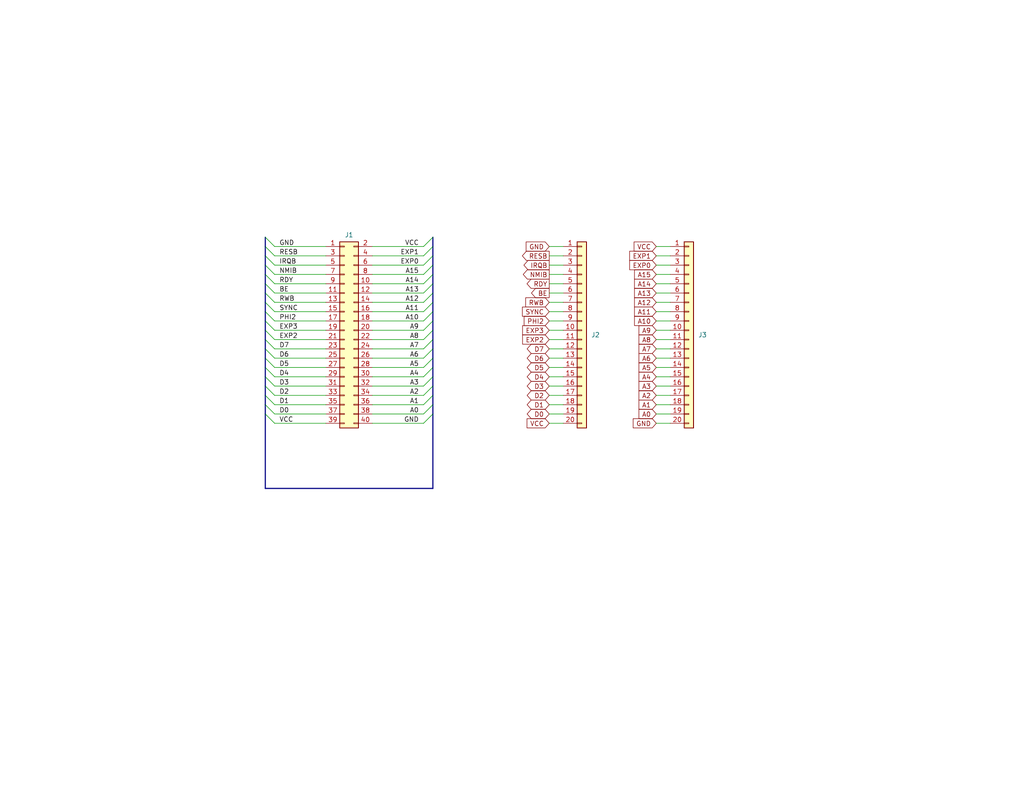
<source format=kicad_sch>
(kicad_sch (version 20231120) (generator "eeschema") (generator_version "8.0")
  (paper "USLetter")
  (title_block (title "6502 Breadboard Helper") (date "2024-05-30") (rev "1.0") (company "A.C. Wright Design"))
  (lib_symbols
    (symbol "Connector_Generic:Conn_01x20" (pin_names (offset 1.016) hide)
      (property "Reference" "J" (at 0 25.4 0))
      (property "Value" "Conn_01x20" (at 0 -27.94 0))
      (symbol "Conn_01x20_1_1"
        (rectangle (start -1.27 -25.273) (end 0 -25.527) (stroke (width 0.1524)))
        (rectangle (start -1.27 -22.733) (end 0 -22.987) (stroke (width 0.1524)))
        (rectangle (start -1.27 -20.193) (end 0 -20.447) (stroke (width 0.1524)))
        (rectangle (start -1.27 -17.653) (end 0 -17.907) (stroke (width 0.1524)))
        (rectangle (start -1.27 -15.113) (end 0 -15.367) (stroke (width 0.1524)))
        (rectangle (start -1.27 -12.573) (end 0 -12.827) (stroke (width 0.1524)))
        (rectangle (start -1.27 -10.033) (end 0 -10.287) (stroke (width 0.1524)))
        (rectangle (start -1.27 -7.493) (end 0 -7.747) (stroke (width 0.1524)))
        (rectangle (start -1.27 -4.953) (end 0 -5.207) (stroke (width 0.1524)))
        (rectangle (start -1.27 -2.413) (end 0 -2.667) (stroke (width 0.1524)))
        (rectangle (start -1.27 0.127) (end 0 -0.127) (stroke (width 0.1524)))
        (rectangle (start -1.27 2.667) (end 0 2.413) (stroke (width 0.1524)))
        (rectangle (start -1.27 5.207) (end 0 4.953) (stroke (width 0.1524)))
        (rectangle (start -1.27 7.747) (end 0 7.493) (stroke (width 0.1524)))
        (rectangle (start -1.27 10.287) (end 0 10.033) (stroke (width 0.1524)))
        (rectangle (start -1.27 12.827) (end 0 12.573) (stroke (width 0.1524)))
        (rectangle (start -1.27 15.367) (end 0 15.113) (stroke (width 0.1524)))
        (rectangle (start -1.27 17.907) (end 0 17.653) (stroke (width 0.1524)))
        (rectangle (start -1.27 20.447) (end 0 20.193) (stroke (width 0.1524)))
        (rectangle (start -1.27 22.987) (end 0 22.733) (stroke (width 0.1524)))
        (rectangle (start -1.27 24.13) (end 1.27 -26.67) (stroke (width 0.254)) (fill (type background)))
        (pin passive line (at -5.08 22.86 0) (length 3.81) (name "Pin_1") (number "1"))
        (pin passive line (at -5.08 0 0) (length 3.81) (name "Pin_10") (number "10"))
        (pin passive line (at -5.08 -2.54 0) (length 3.81) (name "Pin_11") (number "11"))
        (pin passive line (at -5.08 -5.08 0) (length 3.81) (name "Pin_12") (number "12"))
        (pin passive line (at -5.08 -7.62 0) (length 3.81) (name "Pin_13") (number "13"))
        (pin passive line (at -5.08 -10.16 0) (length 3.81) (name "Pin_14") (number "14"))
        (pin passive line (at -5.08 -12.7 0) (length 3.81) (name "Pin_15") (number "15"))
        (pin passive line (at -5.08 -15.24 0) (length 3.81) (name "Pin_16") (number "16"))
        (pin passive line (at -5.08 -17.78 0) (length 3.81) (name "Pin_17") (number "17"))
        (pin passive line (at -5.08 -20.32 0) (length 3.81) (name "Pin_18") (number "18"))
        (pin passive line (at -5.08 -22.86 0) (length 3.81) (name "Pin_19") (number "19"))
        (pin passive line (at -5.08 20.32 0) (length 3.81) (name "Pin_2") (number "2"))
        (pin passive line (at -5.08 -25.4 0) (length 3.81) (name "Pin_20") (number "20"))
        (pin passive line (at -5.08 17.78 0) (length 3.81) (name "Pin_3") (number "3"))
        (pin passive line (at -5.08 15.24 0) (length 3.81) (name "Pin_4") (number "4"))
        (pin passive line (at -5.08 12.7 0) (length 3.81) (name "Pin_5") (number "5"))
        (pin passive line (at -5.08 10.16 0) (length 3.81) (name "Pin_6") (number "6"))
        (pin passive line (at -5.08 7.62 0) (length 3.81) (name "Pin_7") (number "7"))
        (pin passive line (at -5.08 5.08 0) (length 3.81) (name "Pin_8") (number "8"))
        (pin passive line (at -5.08 2.54 0) (length 3.81) (name "Pin_9") (number "9"))
      )
    )
    (symbol "Connector_Generic:Conn_02x20_Odd_Even" (pin_names (offset 1.016) hide)
      (property "Reference" "J" (at 1.27 25.4 0))
      (property "Value" "Conn_02x20_Odd_Even" (at 1.27 -27.94 0))
      (symbol "Conn_02x20_Odd_Even_1_1"
        (rectangle (start -1.27 -25.273) (end 0 -25.527) (stroke (width 0.1524)))
        (rectangle (start -1.27 -22.733) (end 0 -22.987) (stroke (width 0.1524)))
        (rectangle (start -1.27 -20.193) (end 0 -20.447) (stroke (width 0.1524)))
        (rectangle (start -1.27 -17.653) (end 0 -17.907) (stroke (width 0.1524)))
        (rectangle (start -1.27 -15.113) (end 0 -15.367) (stroke (width 0.1524)))
        (rectangle (start -1.27 -12.573) (end 0 -12.827) (stroke (width 0.1524)))
        (rectangle (start -1.27 -10.033) (end 0 -10.287) (stroke (width 0.1524)))
        (rectangle (start -1.27 -7.493) (end 0 -7.747) (stroke (width 0.1524)))
        (rectangle (start -1.27 -4.953) (end 0 -5.207) (stroke (width 0.1524)))
        (rectangle (start -1.27 -2.413) (end 0 -2.667) (stroke (width 0.1524)))
        (rectangle (start -1.27 0.127) (end 0 -0.127) (stroke (width 0.1524)))
        (rectangle (start -1.27 2.667) (end 0 2.413) (stroke (width 0.1524)))
        (rectangle (start -1.27 5.207) (end 0 4.953) (stroke (width 0.1524)))
        (rectangle (start -1.27 7.747) (end 0 7.493) (stroke (width 0.1524)))
        (rectangle (start -1.27 10.287) (end 0 10.033) (stroke (width 0.1524)))
        (rectangle (start -1.27 12.827) (end 0 12.573) (stroke (width 0.1524)))
        (rectangle (start -1.27 15.367) (end 0 15.113) (stroke (width 0.1524)))
        (rectangle (start -1.27 17.907) (end 0 17.653) (stroke (width 0.1524)))
        (rectangle (start -1.27 20.447) (end 0 20.193) (stroke (width 0.1524)))
        (rectangle (start -1.27 22.987) (end 0 22.733) (stroke (width 0.1524)))
        (rectangle (start -1.27 24.13) (end 3.81 -26.67) (stroke (width 0.254)) (fill (type background)))
        (rectangle (start 3.81 -25.273) (end 2.54 -25.527) (stroke (width 0.1524)))
        (rectangle (start 3.81 -22.733) (end 2.54 -22.987) (stroke (width 0.1524)))
        (rectangle (start 3.81 -20.193) (end 2.54 -20.447) (stroke (width 0.1524)))
        (rectangle (start 3.81 -17.653) (end 2.54 -17.907) (stroke (width 0.1524)))
        (rectangle (start 3.81 -15.113) (end 2.54 -15.367) (stroke (width 0.1524)))
        (rectangle (start 3.81 -12.573) (end 2.54 -12.827) (stroke (width 0.1524)))
        (rectangle (start 3.81 -10.033) (end 2.54 -10.287) (stroke (width 0.1524)))
        (rectangle (start 3.81 -7.493) (end 2.54 -7.747) (stroke (width 0.1524)))
        (rectangle (start 3.81 -4.953) (end 2.54 -5.207) (stroke (width 0.1524)))
        (rectangle (start 3.81 -2.413) (end 2.54 -2.667) (stroke (width 0.1524)))
        (rectangle (start 3.81 0.127) (end 2.54 -0.127) (stroke (width 0.1524)))
        (rectangle (start 3.81 2.667) (end 2.54 2.413) (stroke (width 0.1524)))
        (rectangle (start 3.81 5.207) (end 2.54 4.953) (stroke (width 0.1524)))
        (rectangle (start 3.81 7.747) (end 2.54 7.493) (stroke (width 0.1524)))
        (rectangle (start 3.81 10.287) (end 2.54 10.033) (stroke (width 0.1524)))
        (rectangle (start 3.81 12.827) (end 2.54 12.573) (stroke (width 0.1524)))
        (rectangle (start 3.81 15.367) (end 2.54 15.113) (stroke (width 0.1524)))
        (rectangle (start 3.81 17.907) (end 2.54 17.653) (stroke (width 0.1524)))
        (rectangle (start 3.81 20.447) (end 2.54 20.193) (stroke (width 0.1524)))
        (rectangle (start 3.81 22.987) (end 2.54 22.733) (stroke (width 0.1524)))
        (pin passive line (at -5.08 22.86 0) (length 3.81) (name "Pin_1") (number "1"))
        (pin passive line (at 7.62 12.7 180) (length 3.81) (name "Pin_10") (number "10"))
        (pin passive line (at -5.08 10.16 0) (length 3.81) (name "Pin_11") (number "11"))
        (pin passive line (at 7.62 10.16 180) (length 3.81) (name "Pin_12") (number "12"))
        (pin passive line (at -5.08 7.62 0) (length 3.81) (name "Pin_13") (number "13"))
        (pin passive line (at 7.62 7.62 180) (length 3.81) (name "Pin_14") (number "14"))
        (pin passive line (at -5.08 5.08 0) (length 3.81) (name "Pin_15") (number "15"))
        (pin passive line (at 7.62 5.08 180) (length 3.81) (name "Pin_16") (number "16"))
        (pin passive line (at -5.08 2.54 0) (length 3.81) (name "Pin_17") (number "17"))
        (pin passive line (at 7.62 2.54 180) (length 3.81) (name "Pin_18") (number "18"))
        (pin passive line (at -5.08 0 0) (length 3.81) (name "Pin_19") (number "19"))
        (pin passive line (at 7.62 22.86 180) (length 3.81) (name "Pin_2") (number "2"))
        (pin passive line (at 7.62 0 180) (length 3.81) (name "Pin_20") (number "20"))
        (pin passive line (at -5.08 -2.54 0) (length 3.81) (name "Pin_21") (number "21"))
        (pin passive line (at 7.62 -2.54 180) (length 3.81) (name "Pin_22") (number "22"))
        (pin passive line (at -5.08 -5.08 0) (length 3.81) (name "Pin_23") (number "23"))
        (pin passive line (at 7.62 -5.08 180) (length 3.81) (name "Pin_24") (number "24"))
        (pin passive line (at -5.08 -7.62 0) (length 3.81) (name "Pin_25") (number "25"))
        (pin passive line (at 7.62 -7.62 180) (length 3.81) (name "Pin_26") (number "26"))
        (pin passive line (at -5.08 -10.16 0) (length 3.81) (name "Pin_27") (number "27"))
        (pin passive line (at 7.62 -10.16 180) (length 3.81) (name "Pin_28") (number "28"))
        (pin passive line (at -5.08 -12.7 0) (length 3.81) (name "Pin_29") (number "29"))
        (pin passive line (at -5.08 20.32 0) (length 3.81) (name "Pin_3") (number "3"))
        (pin passive line (at 7.62 -12.7 180) (length 3.81) (name "Pin_30") (number "30"))
        (pin passive line (at -5.08 -15.24 0) (length 3.81) (name "Pin_31") (number "31"))
        (pin passive line (at 7.62 -15.24 180) (length 3.81) (name "Pin_32") (number "32"))
        (pin passive line (at -5.08 -17.78 0) (length 3.81) (name "Pin_33") (number "33"))
        (pin passive line (at 7.62 -17.78 180) (length 3.81) (name "Pin_34") (number "34"))
        (pin passive line (at -5.08 -20.32 0) (length 3.81) (name "Pin_35") (number "35"))
        (pin passive line (at 7.62 -20.32 180) (length 3.81) (name "Pin_36") (number "36"))
        (pin passive line (at -5.08 -22.86 0) (length 3.81) (name "Pin_37") (number "37"))
        (pin passive line (at 7.62 -22.86 180) (length 3.81) (name "Pin_38") (number "38"))
        (pin passive line (at -5.08 -25.4 0) (length 3.81) (name "Pin_39") (number "39"))
        (pin passive line (at 7.62 20.32 180) (length 3.81) (name "Pin_4") (number "4"))
        (pin passive line (at 7.62 -25.4 180) (length 3.81) (name "Pin_40") (number "40"))
        (pin passive line (at -5.08 17.78 0) (length 3.81) (name "Pin_5") (number "5"))
        (pin passive line (at 7.62 17.78 180) (length 3.81) (name "Pin_6") (number "6"))
        (pin passive line (at -5.08 15.24 0) (length 3.81) (name "Pin_7") (number "7"))
        (pin passive line (at 7.62 15.24 180) (length 3.81) (name "Pin_8") (number "8"))
        (pin passive line (at -5.08 12.7 0) (length 3.81) (name "Pin_9") (number "9"))
      )
    )
  )
  (bus_entry (at 118.11 107.95) (size -2.54 2.54))
  (bus_entry (at 118.11 74.93) (size -2.54 2.54))
  (bus_entry (at 72.39 69.85) (size 2.54 2.54))
  (bus_entry (at 72.39 72.39) (size 2.54 2.54))
  (bus_entry (at 72.39 77.47) (size 2.54 2.54))
  (bus_entry (at 118.11 67.31) (size -2.54 2.54))
  (bus_entry (at 118.11 105.41) (size -2.54 2.54))
  (bus_entry (at 118.11 95.25) (size -2.54 2.54))
  (bus_entry (at 118.11 90.17) (size -2.54 2.54))
  (bus_entry (at 72.39 87.63) (size 2.54 2.54))
  (bus_entry (at 72.39 64.77) (size 2.54 2.54))
  (bus_entry (at 118.11 69.85) (size -2.54 2.54))
  (bus_entry (at 72.39 105.41) (size 2.54 2.54))
  (bus_entry (at 118.11 64.77) (size -2.54 2.54))
  (bus_entry (at 118.11 82.55) (size -2.54 2.54))
  (bus_entry (at 72.39 97.79) (size 2.54 2.54))
  (bus_entry (at 72.39 95.25) (size 2.54 2.54))
  (bus_entry (at 118.11 100.33) (size -2.54 2.54))
  (bus_entry (at 72.39 80.01) (size 2.54 2.54))
  (bus_entry (at 72.39 100.33) (size 2.54 2.54))
  (bus_entry (at 118.11 72.39) (size -2.54 2.54))
  (bus_entry (at 118.11 102.87) (size -2.54 2.54))
  (bus_entry (at 72.39 85.09) (size 2.54 2.54))
  (bus_entry (at 72.39 102.87) (size 2.54 2.54))
  (bus_entry (at 118.11 113.03) (size -2.54 2.54))
  (bus_entry (at 72.39 74.93) (size 2.54 2.54))
  (bus_entry (at 118.11 92.71) (size -2.54 2.54))
  (bus_entry (at 72.39 92.71) (size 2.54 2.54))
  (bus_entry (at 118.11 85.09) (size -2.54 2.54))
  (bus_entry (at 72.39 90.17) (size 2.54 2.54))
  (bus_entry (at 72.39 67.31) (size 2.54 2.54))
  (bus_entry (at 118.11 110.49) (size -2.54 2.54))
  (bus_entry (at 72.39 113.03) (size 2.54 2.54))
  (bus_entry (at 118.11 87.63) (size -2.54 2.54))
  (bus_entry (at 118.11 77.47) (size -2.54 2.54))
  (bus_entry (at 72.39 82.55) (size 2.54 2.54))
  (bus_entry (at 72.39 110.49) (size 2.54 2.54))
  (bus_entry (at 72.39 107.95) (size 2.54 2.54))
  (bus_entry (at 118.11 80.01) (size -2.54 2.54))
  (bus_entry (at 118.11 97.79) (size -2.54 2.54))
  (wire (pts (xy 74.93 67.31) (xy 88.9 67.31)))
  (wire (pts (xy 115.57 113.03) (xy 101.6 113.03)))
  (wire (pts (xy 179.07 110.49) (xy 182.88 110.49)))
  (wire (pts (xy 149.86 92.71) (xy 153.67 92.71)))
  (wire (pts (xy 74.93 85.09) (xy 88.9 85.09)))
  (wire (pts (xy 101.6 95.25) (xy 115.57 95.25)))
  (bus (pts (xy 72.39 64.77) (xy 72.39 67.31)))
  (bus (pts (xy 118.11 64.77) (xy 118.11 67.31)))
  (wire (pts (xy 179.07 107.95) (xy 182.88 107.95)))
  (wire (pts (xy 101.6 110.49) (xy 115.57 110.49)))
  (wire (pts (xy 179.07 74.93) (xy 182.88 74.93)))
  (wire (pts (xy 115.57 107.95) (xy 101.6 107.95)))
  (bus (pts (xy 72.39 100.33) (xy 72.39 102.87)))
  (bus (pts (xy 72.39 113.03) (xy 72.39 133.35)))
  (wire (pts (xy 149.86 97.79) (xy 153.67 97.79)))
  (bus (pts (xy 72.39 97.79) (xy 72.39 100.33)))
  (wire (pts (xy 179.07 115.57) (xy 182.88 115.57)))
  (bus (pts (xy 72.39 67.31) (xy 72.39 69.85)))
  (wire (pts (xy 179.07 105.41) (xy 182.88 105.41)))
  (bus (pts (xy 72.39 95.25) (xy 72.39 97.79)))
  (wire (pts (xy 179.07 77.47) (xy 182.88 77.47)))
  (wire (pts (xy 88.9 82.55) (xy 74.93 82.55)))
  (wire (pts (xy 149.86 115.57) (xy 153.67 115.57)))
  (bus (pts (xy 118.11 82.55) (xy 118.11 85.09)))
  (bus (pts (xy 72.39 102.87) (xy 72.39 105.41)))
  (wire (pts (xy 149.86 82.55) (xy 153.67 82.55)))
  (wire (pts (xy 149.86 72.39) (xy 153.67 72.39)))
  (wire (pts (xy 149.86 90.17) (xy 153.67 90.17)))
  (wire (pts (xy 179.07 95.25) (xy 182.88 95.25)))
  (bus (pts (xy 72.39 80.01) (xy 72.39 82.55)))
  (wire (pts (xy 101.6 100.33) (xy 115.57 100.33)))
  (wire (pts (xy 88.9 97.79) (xy 74.93 97.79)))
  (bus (pts (xy 72.39 69.85) (xy 72.39 72.39)))
  (wire (pts (xy 149.86 87.63) (xy 153.67 87.63)))
  (wire (pts (xy 88.9 92.71) (xy 74.93 92.71)))
  (wire (pts (xy 179.07 97.79) (xy 182.88 97.79)))
  (wire (pts (xy 149.86 77.47) (xy 153.67 77.47)))
  (wire (pts (xy 149.86 95.25) (xy 153.67 95.25)))
  (wire (pts (xy 179.07 69.85) (xy 182.88 69.85)))
  (bus (pts (xy 72.39 92.71) (xy 72.39 95.25)))
  (wire (pts (xy 115.57 82.55) (xy 101.6 82.55)))
  (wire (pts (xy 101.6 115.57) (xy 115.57 115.57)))
  (bus (pts (xy 118.11 77.47) (xy 118.11 80.01)))
  (wire (pts (xy 149.86 85.09) (xy 153.67 85.09)))
  (wire (pts (xy 74.93 74.93) (xy 88.9 74.93)))
  (wire (pts (xy 74.93 90.17) (xy 88.9 90.17)))
  (bus (pts (xy 118.11 80.01) (xy 118.11 82.55)))
  (bus (pts (xy 118.11 85.09) (xy 118.11 87.63)))
  (wire (pts (xy 179.07 82.55) (xy 182.88 82.55)))
  (bus (pts (xy 72.39 90.17) (xy 72.39 92.71)))
  (wire (pts (xy 88.9 107.95) (xy 74.93 107.95)))
  (wire (pts (xy 101.6 69.85) (xy 115.57 69.85)))
  (bus (pts (xy 118.11 90.17) (xy 118.11 92.71)))
  (bus (pts (xy 72.39 82.55) (xy 72.39 85.09)))
  (bus (pts (xy 72.39 85.09) (xy 72.39 87.63)))
  (wire (pts (xy 74.93 100.33) (xy 88.9 100.33)))
  (wire (pts (xy 179.07 72.39) (xy 182.88 72.39)))
  (bus (pts (xy 72.39 87.63) (xy 72.39 90.17)))
  (wire (pts (xy 179.07 90.17) (xy 182.88 90.17)))
  (wire (pts (xy 115.57 72.39) (xy 101.6 72.39)))
  (wire (pts (xy 179.07 85.09) (xy 182.88 85.09)))
  (wire (pts (xy 101.6 85.09) (xy 115.57 85.09)))
  (wire (pts (xy 149.86 100.33) (xy 153.67 100.33)))
  (wire (pts (xy 74.93 115.57) (xy 88.9 115.57)))
  (wire (pts (xy 101.6 105.41) (xy 115.57 105.41)))
  (bus (pts (xy 118.11 74.93) (xy 118.11 77.47)))
  (bus (pts (xy 72.39 74.93) (xy 72.39 77.47)))
  (wire (pts (xy 149.86 110.49) (xy 153.67 110.49)))
  (wire (pts (xy 149.86 113.03) (xy 153.67 113.03)))
  (wire (pts (xy 74.93 105.41) (xy 88.9 105.41)))
  (wire (pts (xy 115.57 97.79) (xy 101.6 97.79)))
  (wire (pts (xy 88.9 87.63) (xy 74.93 87.63)))
  (wire (pts (xy 74.93 95.25) (xy 88.9 95.25)))
  (wire (pts (xy 115.57 102.87) (xy 101.6 102.87)))
  (bus (pts (xy 118.11 100.33) (xy 118.11 102.87)))
  (wire (pts (xy 149.86 69.85) (xy 153.67 69.85)))
  (wire (pts (xy 179.07 87.63) (xy 182.88 87.63)))
  (wire (pts (xy 74.93 80.01) (xy 88.9 80.01)))
  (wire (pts (xy 149.86 107.95) (xy 153.67 107.95)))
  (wire (pts (xy 179.07 102.87) (xy 182.88 102.87)))
  (bus (pts (xy 72.39 107.95) (xy 72.39 110.49)))
  (wire (pts (xy 179.07 113.03) (xy 182.88 113.03)))
  (bus (pts (xy 72.39 72.39) (xy 72.39 74.93)))
  (wire (pts (xy 179.07 67.31) (xy 182.88 67.31)))
  (wire (pts (xy 74.93 69.85) (xy 88.9 69.85)))
  (wire (pts (xy 101.6 90.17) (xy 115.57 90.17)))
  (wire (pts (xy 115.57 92.71) (xy 101.6 92.71)))
  (wire (pts (xy 115.57 87.63) (xy 101.6 87.63)))
  (bus (pts (xy 118.11 102.87) (xy 118.11 105.41)))
  (wire (pts (xy 74.93 113.03) (xy 88.9 113.03)))
  (wire (pts (xy 149.86 80.01) (xy 153.67 80.01)))
  (wire (pts (xy 179.07 92.71) (xy 182.88 92.71)))
  (bus (pts (xy 72.39 77.47) (xy 72.39 80.01)))
  (wire (pts (xy 101.6 80.01) (xy 115.57 80.01)))
  (bus (pts (xy 118.11 107.95) (xy 118.11 110.49)))
  (bus (pts (xy 118.11 97.79) (xy 118.11 100.33)))
  (wire (pts (xy 115.57 77.47) (xy 101.6 77.47)))
  (wire (pts (xy 149.86 102.87) (xy 153.67 102.87)))
  (bus (pts (xy 118.11 87.63) (xy 118.11 90.17)))
  (bus (pts (xy 118.11 95.25) (xy 118.11 97.79)))
  (bus (pts (xy 118.11 67.31) (xy 118.11 69.85)))
  (wire (pts (xy 149.86 105.41) (xy 153.67 105.41)))
  (wire (pts (xy 88.9 72.39) (xy 74.93 72.39)))
  (wire (pts (xy 179.07 100.33) (xy 182.88 100.33)))
  (bus (pts (xy 72.39 110.49) (xy 72.39 113.03)))
  (wire (pts (xy 149.86 67.31) (xy 153.67 67.31)))
  (bus (pts (xy 118.11 110.49) (xy 118.11 113.03)))
  (wire (pts (xy 101.6 74.93) (xy 115.57 74.93)))
  (bus (pts (xy 118.11 69.85) (xy 118.11 72.39)))
  (bus (pts (xy 72.39 133.35) (xy 118.11 133.35)))
  (wire (pts (xy 88.9 77.47) (xy 74.93 77.47)))
  (wire (pts (xy 149.86 74.93) (xy 153.67 74.93)))
  (bus (pts (xy 118.11 113.03) (xy 118.11 133.35)))
  (wire (pts (xy 179.07 80.01) (xy 182.88 80.01)))
  (bus (pts (xy 118.11 92.71) (xy 118.11 95.25)))
  (bus (pts (xy 118.11 72.39) (xy 118.11 74.93)))
  (bus (pts (xy 118.11 105.41) (xy 118.11 107.95)))
  (wire (pts (xy 88.9 102.87) (xy 74.93 102.87)))
  (wire (pts (xy 101.6 67.31) (xy 115.57 67.31)))
  (bus (pts (xy 72.39 105.41) (xy 72.39 107.95)))
  (wire (pts (xy 74.93 110.49) (xy 88.9 110.49)))
  (label "EXP3" (at 76.2 90.17 0))
  (label "A0" (at 114.3 113.03 180))
  (label "NMIB" (at 76.2 74.93 0))
  (label "A11" (at 114.3 85.09 180))
  (label "A8" (at 114.3 92.71 180))
  (label "SYNC" (at 76.2 85.09 0))
  (label "A9" (at 114.3 90.17 180))
  (label "EXP2" (at 76.2 92.71 0))
  (label "PHI2" (at 76.2 87.63 0))
  (label "A12" (at 114.3 82.55 180))
  (label "RWB" (at 76.2 82.55 0))
  (label "A7" (at 114.3 95.25 180))
  (label "IRQB" (at 76.2 72.39 0))
  (label "EXP1" (at 114.3 69.85 180))
  (label "A6" (at 114.3 97.79 180))
  (label "D6" (at 76.2 97.79 0))
  (label "BE" (at 76.2 80.01 0))
  (label "A15" (at 114.3 74.93 180))
  (label "D5" (at 76.2 100.33 0))
  (label "D0" (at 76.2 113.03 0))
  (label "A2" (at 114.3 107.95 180))
  (label "D3" (at 76.2 105.41 0))
  (label "GND" (at 114.3 115.57 180))
  (label "EXP0" (at 114.3 72.39 180))
  (label "A1" (at 114.3 110.49 180))
  (label "A13" (at 114.3 80.01 180))
  (label "D2" (at 76.2 107.95 0))
  (label "A14" (at 114.3 77.47 180))
  (label "GND" (at 76.2 67.31 0))
  (label "D4" (at 76.2 102.87 0))
  (label "A5" (at 114.3 100.33 180))
  (label "A10" (at 114.3 87.63 180))
  (label "D7" (at 76.2 95.25 0))
  (label "A4" (at 114.3 102.87 180))
  (label "RESB" (at 76.2 69.85 0))
  (label "RDY" (at 76.2 77.47 0))
  (label "VCC" (at 114.3 67.31 180))
  (label "D1" (at 76.2 110.49 0))
  (label "A3" (at 114.3 105.41 180))
  (label "VCC" (at 76.2 115.57 0))
  (global_label "IRQB" (shape output) (at 149.86 72.39 180) (property "Intersheetrefs" "${INTERSHEET_REFS}" (effects (hide yes))))
  (global_label "VCC" (shape input) (at 149.86 115.57 180) (property "Intersheetrefs" "${INTERSHEET_REFS}" (effects (hide yes))))
  (global_label "A12" (shape input) (at 179.07 82.55 180) (property "Intersheetrefs" "${INTERSHEET_REFS}" (effects (hide yes))))
  (global_label "A4" (shape input) (at 179.07 102.87 180) (property "Intersheetrefs" "${INTERSHEET_REFS}" (effects (hide yes))))
  (global_label "EXP2" (shape input) (at 149.86 92.71 180) (property "Intersheetrefs" "${INTERSHEET_REFS}" (effects (hide yes))))
  (global_label "RESB" (shape output) (at 149.86 69.85 180) (property "Intersheetrefs" "${INTERSHEET_REFS}" (effects (hide yes))))
  (global_label "A11" (shape input) (at 179.07 85.09 180) (property "Intersheetrefs" "${INTERSHEET_REFS}" (effects (hide yes))))
  (global_label "A14" (shape input) (at 179.07 77.47 180) (property "Intersheetrefs" "${INTERSHEET_REFS}" (effects (hide yes))))
  (global_label "GND" (shape input) (at 179.07 115.57 180) (property "Intersheetrefs" "${INTERSHEET_REFS}" (effects (hide yes))))
  (global_label "SYNC" (shape input) (at 149.86 85.09 180) (property "Intersheetrefs" "${INTERSHEET_REFS}" (effects (hide yes))))
  (global_label "A10" (shape input) (at 179.07 87.63 180) (property "Intersheetrefs" "${INTERSHEET_REFS}" (effects (hide yes))))
  (global_label "A15" (shape input) (at 179.07 74.93 180) (property "Intersheetrefs" "${INTERSHEET_REFS}" (effects (hide yes))))
  (global_label "A3" (shape input) (at 179.07 105.41 180) (property "Intersheetrefs" "${INTERSHEET_REFS}" (effects (hide yes))))
  (global_label "PHI2" (shape input) (at 149.86 87.63 180) (property "Intersheetrefs" "${INTERSHEET_REFS}" (effects (hide yes))))
  (global_label "A0" (shape input) (at 179.07 113.03 180) (property "Intersheetrefs" "${INTERSHEET_REFS}" (effects (hide yes))))
  (global_label "A2" (shape input) (at 179.07 107.95 180) (property "Intersheetrefs" "${INTERSHEET_REFS}" (effects (hide yes))))
  (global_label "EXP0" (shape input) (at 179.07 72.39 180) (property "Intersheetrefs" "${INTERSHEET_REFS}" (effects (hide yes))))
  (global_label "D1" (shape bidirectional) (at 149.86 110.49 180) (property "Intersheetrefs" "${INTERSHEET_REFS}" (effects (hide yes))))
  (global_label "D4" (shape bidirectional) (at 149.86 102.87 180) (property "Intersheetrefs" "${INTERSHEET_REFS}" (effects (hide yes))))
  (global_label "A6" (shape input) (at 179.07 97.79 180) (property "Intersheetrefs" "${INTERSHEET_REFS}" (effects (hide yes))))
  (global_label "D3" (shape bidirectional) (at 149.86 105.41 180) (property "Intersheetrefs" "${INTERSHEET_REFS}" (effects (hide yes))))
  (global_label "GND" (shape input) (at 149.86 67.31 180) (property "Intersheetrefs" "${INTERSHEET_REFS}" (effects (hide yes))))
  (global_label "D0" (shape bidirectional) (at 149.86 113.03 180) (property "Intersheetrefs" "${INTERSHEET_REFS}" (effects (hide yes))))
  (global_label "A7" (shape input) (at 179.07 95.25 180) (property "Intersheetrefs" "${INTERSHEET_REFS}" (effects (hide yes))))
  (global_label "A9" (shape input) (at 179.07 90.17 180) (property "Intersheetrefs" "${INTERSHEET_REFS}" (effects (hide yes))))
  (global_label "BE" (shape output) (at 149.86 80.01 180) (property "Intersheetrefs" "${INTERSHEET_REFS}" (effects (hide yes))))
  (global_label "D7" (shape bidirectional) (at 149.86 95.25 180) (property "Intersheetrefs" "${INTERSHEET_REFS}" (effects (hide yes))))
  (global_label "D5" (shape bidirectional) (at 149.86 100.33 180) (property "Intersheetrefs" "${INTERSHEET_REFS}" (effects (hide yes))))
  (global_label "A5" (shape input) (at 179.07 100.33 180) (property "Intersheetrefs" "${INTERSHEET_REFS}" (effects (hide yes))))
  (global_label "D6" (shape bidirectional) (at 149.86 97.79 180) (property "Intersheetrefs" "${INTERSHEET_REFS}" (effects (hide yes))))
  (global_label "EXP1" (shape input) (at 179.07 69.85 180) (property "Intersheetrefs" "${INTERSHEET_REFS}" (effects (hide yes))))
  (global_label "RDY" (shape output) (at 149.86 77.47 180) (property "Intersheetrefs" "${INTERSHEET_REFS}" (effects (hide yes))))
  (global_label "D2" (shape bidirectional) (at 149.86 107.95 180) (property "Intersheetrefs" "${INTERSHEET_REFS}" (effects (hide yes))))
  (global_label "EXP3" (shape input) (at 149.86 90.17 180) (property "Intersheetrefs" "${INTERSHEET_REFS}" (effects (hide yes))))
  (global_label "VCC" (shape input) (at 179.07 67.31 180) (property "Intersheetrefs" "${INTERSHEET_REFS}" (effects (hide yes))))
  (global_label "NMIB" (shape output) (at 149.86 74.93 180) (property "Intersheetrefs" "${INTERSHEET_REFS}" (effects (hide yes))))
  (global_label "RWB" (shape input) (at 149.86 82.55 180) (property "Intersheetrefs" "${INTERSHEET_REFS}" (effects (hide yes))))
  (global_label "A13" (shape input) (at 179.07 80.01 180) (property "Intersheetrefs" "${INTERSHEET_REFS}" (effects (hide yes))))
  (global_label "A8" (shape input) (at 179.07 92.71 180) (property "Intersheetrefs" "${INTERSHEET_REFS}" (effects (hide yes))))
  (global_label "A1" (shape input) (at 179.07 110.49 180) (property "Intersheetrefs" "${INTERSHEET_REFS}" (effects (hide yes))))
  (symbol (lib_id "Connector_Generic:Conn_02x20_Odd_Even") (at 93.98 90.17 0) (unit 1) (in_bom no)
    (property "Reference" "J1" (at 95.25 64.135 0))
    (property "Value" "Conn_02x20_Odd_Even" (effects (hide yes)))
    (property "Footprint" "Connector_PinHeader_2.54mm:PinHeader_2x20_P2.54mm_Vertical" (effects (hide yes)))
  )
  (symbol (lib_id "Connector_Generic:Conn_01x20") (at 187.96 90.17 0) (unit 1) (in_bom no)
    (property "Reference" "J3" (at 190.5 91.4399 0) (effects (justify left)))
    (property "Value" "Conn_01x20" (effects (hide yes)))
    (property "Footprint" "Connector_PinHeader_2.54mm:PinHeader_1x20_P2.54mm_Vertical" (effects (hide yes)))
    (property "Description" "Generic connector, single row, 01x20, script generated (kicad-library-utils/schlib/autogen/connector/)" (effects (hide yes)))
  )
  (symbol (lib_id "Connector_Generic:Conn_01x20") (at 158.75 90.17 0) (unit 1) (in_bom no)
    (property "Reference" "J2" (at 161.29 91.4399 0) (effects (justify left)))
    (property "Value" "Conn_01x20" (effects (hide yes)))
    (property "Footprint" "Connector_PinHeader_2.54mm:PinHeader_1x20_P2.54mm_Vertical" (effects (hide yes)))
    (property "Description" "Generic connector, single row, 01x20, script generated (kicad-library-utils/schlib/autogen/connector/)" (effects (hide yes)))
  )
)
</source>
